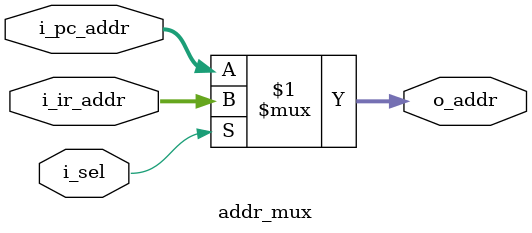
<source format=v>
module addr_mux(
    output [7:0] o_addr,
    input i_sel,
    input [7:0] i_ir_addr,
    input [7:0] i_pc_addr
);

assign o_addr = (i_sel)? i_ir_addr:i_pc_addr;

endmodule

</source>
